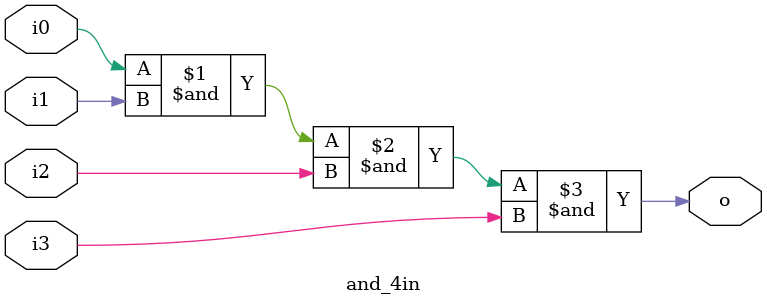
<source format=v>
`timescale 1ns / 1ps


module and_4in (i0, i1, i2, i3, o);
    input   wire    i0, i1, i2, i3; 
    output  wire    o;
    
    assign  o = i0 & i1 & i2 & i3;
endmodule

</source>
